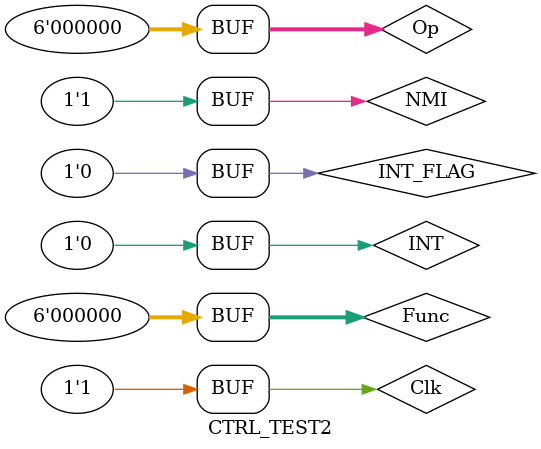
<source format=v>
`timescale 1ns / 1ps


module CTRL_TEST2;

	// Inputs
	reg Clk;
	reg [5:0] Op;
	reg [5:0] Func;
	reg INT;
	reg NMI;
	reg INT_FLAG;

	// Outputs
	wire PCWrite;
	wire lorD;
	wire MemWrite;
	wire [1:0] MemtoReg;
	wire IRWrite;
	wire [2:0] PCSrc;
	wire [1:0] ALUOp;
	wire [1:0] ALUSrcB;
	wire ALUSrcA;
	wire RegWrite;
	wire [1:0] RegDst;
	wire Branch;
	wire [1:0] BRANCH_EQ_NQ;
	wire intrupt;
	wire nmi_intrupt;

	// Instantiate the Unit Under Test (UUT)
	Controller uut (
		.Clk(Clk), 
		.Op(Op), 
		.Func(Func), 
		.PCWrite(PCWrite), 
		.INT(INT), 
		.NMI(NMI), 
		.INT_FLAG(INT_FLAG), 
		.lorD(lorD), 
		.MemWrite(MemWrite), 
		.MemtoReg(MemtoReg), 
		.IRWrite(IRWrite), 
		.PCSrc(PCSrc), 
		.ALUOp(ALUOp), 
		.ALUSrcB(ALUSrcB), 
		.ALUSrcA(ALUSrcA), 
		.RegWrite(RegWrite), 
		.RegDst(RegDst), 
		.Branch(Branch), 
		.BRANCH_EQ_NQ(BRANCH_EQ_NQ), 
		.intrupt(intrupt), 
		.nmi_intrupt(nmi_intrupt)
	);

	initial begin
		// Initialize Inputs
		Clk = 0;
		Op = 0;
		Func = 0;
		INT = 0;
		NMI = 0;
		INT_FLAG = 0;

		// Wait 100 ns for global reset to finish
		#100;
      Clk = 1;
		Op = 0;
		Func = 0;
		INT = 0;
		NMI = 1;
		INT_FLAG = 0;  
		// Add stimulus here

	end
      
endmodule


</source>
